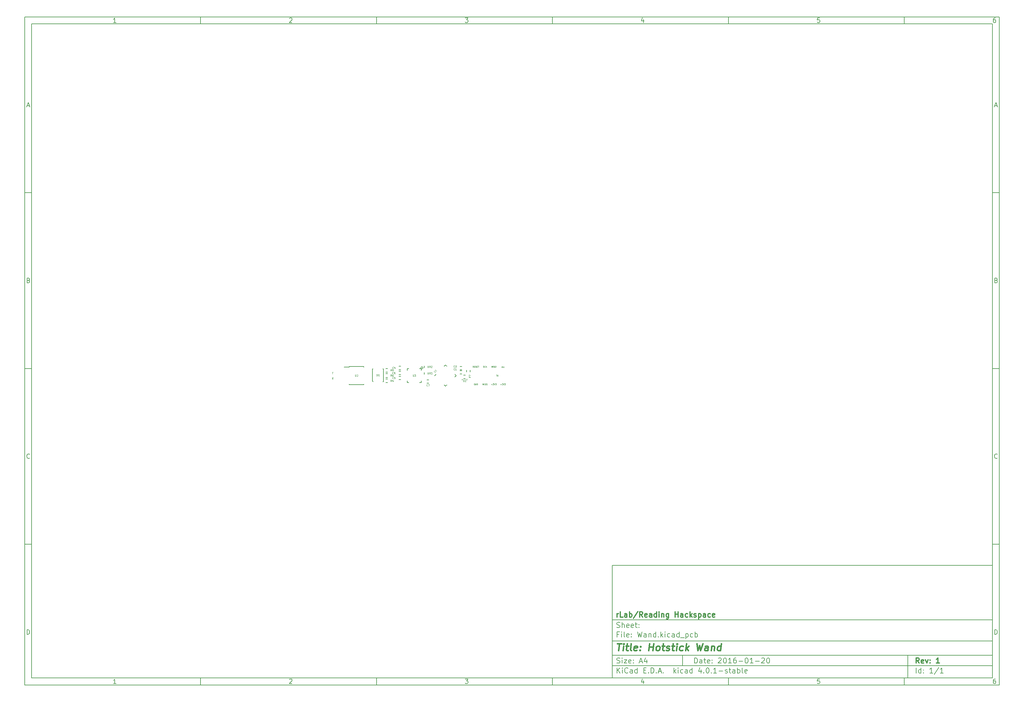
<source format=gbr>
G04 #@! TF.FileFunction,Legend,Top*
%FSLAX46Y46*%
G04 Gerber Fmt 4.6, Leading zero omitted, Abs format (unit mm)*
G04 Created by KiCad (PCBNEW 4.0.1-stable) date 29/01/2016 19:20:18*
%MOMM*%
G01*
G04 APERTURE LIST*
%ADD10C,0.100000*%
%ADD11C,0.150000*%
%ADD12C,0.300000*%
%ADD13C,0.400000*%
%ADD14C,0.075000*%
%ADD15C,0.125000*%
G04 APERTURE END LIST*
D10*
D11*
X177002200Y-166007200D02*
X177002200Y-198007200D01*
X285002200Y-198007200D01*
X285002200Y-166007200D01*
X177002200Y-166007200D01*
D10*
D11*
X10000000Y-10000000D02*
X10000000Y-200007200D01*
X287002200Y-200007200D01*
X287002200Y-10000000D01*
X10000000Y-10000000D01*
D10*
D11*
X12000000Y-12000000D02*
X12000000Y-198007200D01*
X285002200Y-198007200D01*
X285002200Y-12000000D01*
X12000000Y-12000000D01*
D10*
D11*
X60000000Y-12000000D02*
X60000000Y-10000000D01*
D10*
D11*
X110000000Y-12000000D02*
X110000000Y-10000000D01*
D10*
D11*
X160000000Y-12000000D02*
X160000000Y-10000000D01*
D10*
D11*
X210000000Y-12000000D02*
X210000000Y-10000000D01*
D10*
D11*
X260000000Y-12000000D02*
X260000000Y-10000000D01*
D10*
D11*
X35990476Y-11588095D02*
X35247619Y-11588095D01*
X35619048Y-11588095D02*
X35619048Y-10288095D01*
X35495238Y-10473810D01*
X35371429Y-10597619D01*
X35247619Y-10659524D01*
D10*
D11*
X85247619Y-10411905D02*
X85309524Y-10350000D01*
X85433333Y-10288095D01*
X85742857Y-10288095D01*
X85866667Y-10350000D01*
X85928571Y-10411905D01*
X85990476Y-10535714D01*
X85990476Y-10659524D01*
X85928571Y-10845238D01*
X85185714Y-11588095D01*
X85990476Y-11588095D01*
D10*
D11*
X135185714Y-10288095D02*
X135990476Y-10288095D01*
X135557143Y-10783333D01*
X135742857Y-10783333D01*
X135866667Y-10845238D01*
X135928571Y-10907143D01*
X135990476Y-11030952D01*
X135990476Y-11340476D01*
X135928571Y-11464286D01*
X135866667Y-11526190D01*
X135742857Y-11588095D01*
X135371429Y-11588095D01*
X135247619Y-11526190D01*
X135185714Y-11464286D01*
D10*
D11*
X185866667Y-10721429D02*
X185866667Y-11588095D01*
X185557143Y-10226190D02*
X185247619Y-11154762D01*
X186052381Y-11154762D01*
D10*
D11*
X235928571Y-10288095D02*
X235309524Y-10288095D01*
X235247619Y-10907143D01*
X235309524Y-10845238D01*
X235433333Y-10783333D01*
X235742857Y-10783333D01*
X235866667Y-10845238D01*
X235928571Y-10907143D01*
X235990476Y-11030952D01*
X235990476Y-11340476D01*
X235928571Y-11464286D01*
X235866667Y-11526190D01*
X235742857Y-11588095D01*
X235433333Y-11588095D01*
X235309524Y-11526190D01*
X235247619Y-11464286D01*
D10*
D11*
X285866667Y-10288095D02*
X285619048Y-10288095D01*
X285495238Y-10350000D01*
X285433333Y-10411905D01*
X285309524Y-10597619D01*
X285247619Y-10845238D01*
X285247619Y-11340476D01*
X285309524Y-11464286D01*
X285371429Y-11526190D01*
X285495238Y-11588095D01*
X285742857Y-11588095D01*
X285866667Y-11526190D01*
X285928571Y-11464286D01*
X285990476Y-11340476D01*
X285990476Y-11030952D01*
X285928571Y-10907143D01*
X285866667Y-10845238D01*
X285742857Y-10783333D01*
X285495238Y-10783333D01*
X285371429Y-10845238D01*
X285309524Y-10907143D01*
X285247619Y-11030952D01*
D10*
D11*
X60000000Y-198007200D02*
X60000000Y-200007200D01*
D10*
D11*
X110000000Y-198007200D02*
X110000000Y-200007200D01*
D10*
D11*
X160000000Y-198007200D02*
X160000000Y-200007200D01*
D10*
D11*
X210000000Y-198007200D02*
X210000000Y-200007200D01*
D10*
D11*
X260000000Y-198007200D02*
X260000000Y-200007200D01*
D10*
D11*
X35990476Y-199595295D02*
X35247619Y-199595295D01*
X35619048Y-199595295D02*
X35619048Y-198295295D01*
X35495238Y-198481010D01*
X35371429Y-198604819D01*
X35247619Y-198666724D01*
D10*
D11*
X85247619Y-198419105D02*
X85309524Y-198357200D01*
X85433333Y-198295295D01*
X85742857Y-198295295D01*
X85866667Y-198357200D01*
X85928571Y-198419105D01*
X85990476Y-198542914D01*
X85990476Y-198666724D01*
X85928571Y-198852438D01*
X85185714Y-199595295D01*
X85990476Y-199595295D01*
D10*
D11*
X135185714Y-198295295D02*
X135990476Y-198295295D01*
X135557143Y-198790533D01*
X135742857Y-198790533D01*
X135866667Y-198852438D01*
X135928571Y-198914343D01*
X135990476Y-199038152D01*
X135990476Y-199347676D01*
X135928571Y-199471486D01*
X135866667Y-199533390D01*
X135742857Y-199595295D01*
X135371429Y-199595295D01*
X135247619Y-199533390D01*
X135185714Y-199471486D01*
D10*
D11*
X185866667Y-198728629D02*
X185866667Y-199595295D01*
X185557143Y-198233390D02*
X185247619Y-199161962D01*
X186052381Y-199161962D01*
D10*
D11*
X235928571Y-198295295D02*
X235309524Y-198295295D01*
X235247619Y-198914343D01*
X235309524Y-198852438D01*
X235433333Y-198790533D01*
X235742857Y-198790533D01*
X235866667Y-198852438D01*
X235928571Y-198914343D01*
X235990476Y-199038152D01*
X235990476Y-199347676D01*
X235928571Y-199471486D01*
X235866667Y-199533390D01*
X235742857Y-199595295D01*
X235433333Y-199595295D01*
X235309524Y-199533390D01*
X235247619Y-199471486D01*
D10*
D11*
X285866667Y-198295295D02*
X285619048Y-198295295D01*
X285495238Y-198357200D01*
X285433333Y-198419105D01*
X285309524Y-198604819D01*
X285247619Y-198852438D01*
X285247619Y-199347676D01*
X285309524Y-199471486D01*
X285371429Y-199533390D01*
X285495238Y-199595295D01*
X285742857Y-199595295D01*
X285866667Y-199533390D01*
X285928571Y-199471486D01*
X285990476Y-199347676D01*
X285990476Y-199038152D01*
X285928571Y-198914343D01*
X285866667Y-198852438D01*
X285742857Y-198790533D01*
X285495238Y-198790533D01*
X285371429Y-198852438D01*
X285309524Y-198914343D01*
X285247619Y-199038152D01*
D10*
D11*
X10000000Y-60000000D02*
X12000000Y-60000000D01*
D10*
D11*
X10000000Y-110000000D02*
X12000000Y-110000000D01*
D10*
D11*
X10000000Y-160000000D02*
X12000000Y-160000000D01*
D10*
D11*
X10690476Y-35216667D02*
X11309524Y-35216667D01*
X10566667Y-35588095D02*
X11000000Y-34288095D01*
X11433333Y-35588095D01*
D10*
D11*
X11092857Y-84907143D02*
X11278571Y-84969048D01*
X11340476Y-85030952D01*
X11402381Y-85154762D01*
X11402381Y-85340476D01*
X11340476Y-85464286D01*
X11278571Y-85526190D01*
X11154762Y-85588095D01*
X10659524Y-85588095D01*
X10659524Y-84288095D01*
X11092857Y-84288095D01*
X11216667Y-84350000D01*
X11278571Y-84411905D01*
X11340476Y-84535714D01*
X11340476Y-84659524D01*
X11278571Y-84783333D01*
X11216667Y-84845238D01*
X11092857Y-84907143D01*
X10659524Y-84907143D01*
D10*
D11*
X11402381Y-135464286D02*
X11340476Y-135526190D01*
X11154762Y-135588095D01*
X11030952Y-135588095D01*
X10845238Y-135526190D01*
X10721429Y-135402381D01*
X10659524Y-135278571D01*
X10597619Y-135030952D01*
X10597619Y-134845238D01*
X10659524Y-134597619D01*
X10721429Y-134473810D01*
X10845238Y-134350000D01*
X11030952Y-134288095D01*
X11154762Y-134288095D01*
X11340476Y-134350000D01*
X11402381Y-134411905D01*
D10*
D11*
X10659524Y-185588095D02*
X10659524Y-184288095D01*
X10969048Y-184288095D01*
X11154762Y-184350000D01*
X11278571Y-184473810D01*
X11340476Y-184597619D01*
X11402381Y-184845238D01*
X11402381Y-185030952D01*
X11340476Y-185278571D01*
X11278571Y-185402381D01*
X11154762Y-185526190D01*
X10969048Y-185588095D01*
X10659524Y-185588095D01*
D10*
D11*
X287002200Y-60000000D02*
X285002200Y-60000000D01*
D10*
D11*
X287002200Y-110000000D02*
X285002200Y-110000000D01*
D10*
D11*
X287002200Y-160000000D02*
X285002200Y-160000000D01*
D10*
D11*
X285692676Y-35216667D02*
X286311724Y-35216667D01*
X285568867Y-35588095D02*
X286002200Y-34288095D01*
X286435533Y-35588095D01*
D10*
D11*
X286095057Y-84907143D02*
X286280771Y-84969048D01*
X286342676Y-85030952D01*
X286404581Y-85154762D01*
X286404581Y-85340476D01*
X286342676Y-85464286D01*
X286280771Y-85526190D01*
X286156962Y-85588095D01*
X285661724Y-85588095D01*
X285661724Y-84288095D01*
X286095057Y-84288095D01*
X286218867Y-84350000D01*
X286280771Y-84411905D01*
X286342676Y-84535714D01*
X286342676Y-84659524D01*
X286280771Y-84783333D01*
X286218867Y-84845238D01*
X286095057Y-84907143D01*
X285661724Y-84907143D01*
D10*
D11*
X286404581Y-135464286D02*
X286342676Y-135526190D01*
X286156962Y-135588095D01*
X286033152Y-135588095D01*
X285847438Y-135526190D01*
X285723629Y-135402381D01*
X285661724Y-135278571D01*
X285599819Y-135030952D01*
X285599819Y-134845238D01*
X285661724Y-134597619D01*
X285723629Y-134473810D01*
X285847438Y-134350000D01*
X286033152Y-134288095D01*
X286156962Y-134288095D01*
X286342676Y-134350000D01*
X286404581Y-134411905D01*
D10*
D11*
X285661724Y-185588095D02*
X285661724Y-184288095D01*
X285971248Y-184288095D01*
X286156962Y-184350000D01*
X286280771Y-184473810D01*
X286342676Y-184597619D01*
X286404581Y-184845238D01*
X286404581Y-185030952D01*
X286342676Y-185278571D01*
X286280771Y-185402381D01*
X286156962Y-185526190D01*
X285971248Y-185588095D01*
X285661724Y-185588095D01*
D10*
D11*
X200359343Y-193785771D02*
X200359343Y-192285771D01*
X200716486Y-192285771D01*
X200930771Y-192357200D01*
X201073629Y-192500057D01*
X201145057Y-192642914D01*
X201216486Y-192928629D01*
X201216486Y-193142914D01*
X201145057Y-193428629D01*
X201073629Y-193571486D01*
X200930771Y-193714343D01*
X200716486Y-193785771D01*
X200359343Y-193785771D01*
X202502200Y-193785771D02*
X202502200Y-193000057D01*
X202430771Y-192857200D01*
X202287914Y-192785771D01*
X202002200Y-192785771D01*
X201859343Y-192857200D01*
X202502200Y-193714343D02*
X202359343Y-193785771D01*
X202002200Y-193785771D01*
X201859343Y-193714343D01*
X201787914Y-193571486D01*
X201787914Y-193428629D01*
X201859343Y-193285771D01*
X202002200Y-193214343D01*
X202359343Y-193214343D01*
X202502200Y-193142914D01*
X203002200Y-192785771D02*
X203573629Y-192785771D01*
X203216486Y-192285771D02*
X203216486Y-193571486D01*
X203287914Y-193714343D01*
X203430772Y-193785771D01*
X203573629Y-193785771D01*
X204645057Y-193714343D02*
X204502200Y-193785771D01*
X204216486Y-193785771D01*
X204073629Y-193714343D01*
X204002200Y-193571486D01*
X204002200Y-193000057D01*
X204073629Y-192857200D01*
X204216486Y-192785771D01*
X204502200Y-192785771D01*
X204645057Y-192857200D01*
X204716486Y-193000057D01*
X204716486Y-193142914D01*
X204002200Y-193285771D01*
X205359343Y-193642914D02*
X205430771Y-193714343D01*
X205359343Y-193785771D01*
X205287914Y-193714343D01*
X205359343Y-193642914D01*
X205359343Y-193785771D01*
X205359343Y-192857200D02*
X205430771Y-192928629D01*
X205359343Y-193000057D01*
X205287914Y-192928629D01*
X205359343Y-192857200D01*
X205359343Y-193000057D01*
X207145057Y-192428629D02*
X207216486Y-192357200D01*
X207359343Y-192285771D01*
X207716486Y-192285771D01*
X207859343Y-192357200D01*
X207930772Y-192428629D01*
X208002200Y-192571486D01*
X208002200Y-192714343D01*
X207930772Y-192928629D01*
X207073629Y-193785771D01*
X208002200Y-193785771D01*
X208930771Y-192285771D02*
X209073628Y-192285771D01*
X209216485Y-192357200D01*
X209287914Y-192428629D01*
X209359343Y-192571486D01*
X209430771Y-192857200D01*
X209430771Y-193214343D01*
X209359343Y-193500057D01*
X209287914Y-193642914D01*
X209216485Y-193714343D01*
X209073628Y-193785771D01*
X208930771Y-193785771D01*
X208787914Y-193714343D01*
X208716485Y-193642914D01*
X208645057Y-193500057D01*
X208573628Y-193214343D01*
X208573628Y-192857200D01*
X208645057Y-192571486D01*
X208716485Y-192428629D01*
X208787914Y-192357200D01*
X208930771Y-192285771D01*
X210859342Y-193785771D02*
X210002199Y-193785771D01*
X210430771Y-193785771D02*
X210430771Y-192285771D01*
X210287914Y-192500057D01*
X210145056Y-192642914D01*
X210002199Y-192714343D01*
X212145056Y-192285771D02*
X211859342Y-192285771D01*
X211716485Y-192357200D01*
X211645056Y-192428629D01*
X211502199Y-192642914D01*
X211430770Y-192928629D01*
X211430770Y-193500057D01*
X211502199Y-193642914D01*
X211573627Y-193714343D01*
X211716485Y-193785771D01*
X212002199Y-193785771D01*
X212145056Y-193714343D01*
X212216485Y-193642914D01*
X212287913Y-193500057D01*
X212287913Y-193142914D01*
X212216485Y-193000057D01*
X212145056Y-192928629D01*
X212002199Y-192857200D01*
X211716485Y-192857200D01*
X211573627Y-192928629D01*
X211502199Y-193000057D01*
X211430770Y-193142914D01*
X212930770Y-193214343D02*
X214073627Y-193214343D01*
X215073627Y-192285771D02*
X215216484Y-192285771D01*
X215359341Y-192357200D01*
X215430770Y-192428629D01*
X215502199Y-192571486D01*
X215573627Y-192857200D01*
X215573627Y-193214343D01*
X215502199Y-193500057D01*
X215430770Y-193642914D01*
X215359341Y-193714343D01*
X215216484Y-193785771D01*
X215073627Y-193785771D01*
X214930770Y-193714343D01*
X214859341Y-193642914D01*
X214787913Y-193500057D01*
X214716484Y-193214343D01*
X214716484Y-192857200D01*
X214787913Y-192571486D01*
X214859341Y-192428629D01*
X214930770Y-192357200D01*
X215073627Y-192285771D01*
X217002198Y-193785771D02*
X216145055Y-193785771D01*
X216573627Y-193785771D02*
X216573627Y-192285771D01*
X216430770Y-192500057D01*
X216287912Y-192642914D01*
X216145055Y-192714343D01*
X217645055Y-193214343D02*
X218787912Y-193214343D01*
X219430769Y-192428629D02*
X219502198Y-192357200D01*
X219645055Y-192285771D01*
X220002198Y-192285771D01*
X220145055Y-192357200D01*
X220216484Y-192428629D01*
X220287912Y-192571486D01*
X220287912Y-192714343D01*
X220216484Y-192928629D01*
X219359341Y-193785771D01*
X220287912Y-193785771D01*
X221216483Y-192285771D02*
X221359340Y-192285771D01*
X221502197Y-192357200D01*
X221573626Y-192428629D01*
X221645055Y-192571486D01*
X221716483Y-192857200D01*
X221716483Y-193214343D01*
X221645055Y-193500057D01*
X221573626Y-193642914D01*
X221502197Y-193714343D01*
X221359340Y-193785771D01*
X221216483Y-193785771D01*
X221073626Y-193714343D01*
X221002197Y-193642914D01*
X220930769Y-193500057D01*
X220859340Y-193214343D01*
X220859340Y-192857200D01*
X220930769Y-192571486D01*
X221002197Y-192428629D01*
X221073626Y-192357200D01*
X221216483Y-192285771D01*
D10*
D11*
X177002200Y-194507200D02*
X285002200Y-194507200D01*
D10*
D11*
X178359343Y-196585771D02*
X178359343Y-195085771D01*
X179216486Y-196585771D02*
X178573629Y-195728629D01*
X179216486Y-195085771D02*
X178359343Y-195942914D01*
X179859343Y-196585771D02*
X179859343Y-195585771D01*
X179859343Y-195085771D02*
X179787914Y-195157200D01*
X179859343Y-195228629D01*
X179930771Y-195157200D01*
X179859343Y-195085771D01*
X179859343Y-195228629D01*
X181430772Y-196442914D02*
X181359343Y-196514343D01*
X181145057Y-196585771D01*
X181002200Y-196585771D01*
X180787915Y-196514343D01*
X180645057Y-196371486D01*
X180573629Y-196228629D01*
X180502200Y-195942914D01*
X180502200Y-195728629D01*
X180573629Y-195442914D01*
X180645057Y-195300057D01*
X180787915Y-195157200D01*
X181002200Y-195085771D01*
X181145057Y-195085771D01*
X181359343Y-195157200D01*
X181430772Y-195228629D01*
X182716486Y-196585771D02*
X182716486Y-195800057D01*
X182645057Y-195657200D01*
X182502200Y-195585771D01*
X182216486Y-195585771D01*
X182073629Y-195657200D01*
X182716486Y-196514343D02*
X182573629Y-196585771D01*
X182216486Y-196585771D01*
X182073629Y-196514343D01*
X182002200Y-196371486D01*
X182002200Y-196228629D01*
X182073629Y-196085771D01*
X182216486Y-196014343D01*
X182573629Y-196014343D01*
X182716486Y-195942914D01*
X184073629Y-196585771D02*
X184073629Y-195085771D01*
X184073629Y-196514343D02*
X183930772Y-196585771D01*
X183645058Y-196585771D01*
X183502200Y-196514343D01*
X183430772Y-196442914D01*
X183359343Y-196300057D01*
X183359343Y-195871486D01*
X183430772Y-195728629D01*
X183502200Y-195657200D01*
X183645058Y-195585771D01*
X183930772Y-195585771D01*
X184073629Y-195657200D01*
X185930772Y-195800057D02*
X186430772Y-195800057D01*
X186645058Y-196585771D02*
X185930772Y-196585771D01*
X185930772Y-195085771D01*
X186645058Y-195085771D01*
X187287915Y-196442914D02*
X187359343Y-196514343D01*
X187287915Y-196585771D01*
X187216486Y-196514343D01*
X187287915Y-196442914D01*
X187287915Y-196585771D01*
X188002201Y-196585771D02*
X188002201Y-195085771D01*
X188359344Y-195085771D01*
X188573629Y-195157200D01*
X188716487Y-195300057D01*
X188787915Y-195442914D01*
X188859344Y-195728629D01*
X188859344Y-195942914D01*
X188787915Y-196228629D01*
X188716487Y-196371486D01*
X188573629Y-196514343D01*
X188359344Y-196585771D01*
X188002201Y-196585771D01*
X189502201Y-196442914D02*
X189573629Y-196514343D01*
X189502201Y-196585771D01*
X189430772Y-196514343D01*
X189502201Y-196442914D01*
X189502201Y-196585771D01*
X190145058Y-196157200D02*
X190859344Y-196157200D01*
X190002201Y-196585771D02*
X190502201Y-195085771D01*
X191002201Y-196585771D01*
X191502201Y-196442914D02*
X191573629Y-196514343D01*
X191502201Y-196585771D01*
X191430772Y-196514343D01*
X191502201Y-196442914D01*
X191502201Y-196585771D01*
X194502201Y-196585771D02*
X194502201Y-195085771D01*
X194645058Y-196014343D02*
X195073629Y-196585771D01*
X195073629Y-195585771D02*
X194502201Y-196157200D01*
X195716487Y-196585771D02*
X195716487Y-195585771D01*
X195716487Y-195085771D02*
X195645058Y-195157200D01*
X195716487Y-195228629D01*
X195787915Y-195157200D01*
X195716487Y-195085771D01*
X195716487Y-195228629D01*
X197073630Y-196514343D02*
X196930773Y-196585771D01*
X196645059Y-196585771D01*
X196502201Y-196514343D01*
X196430773Y-196442914D01*
X196359344Y-196300057D01*
X196359344Y-195871486D01*
X196430773Y-195728629D01*
X196502201Y-195657200D01*
X196645059Y-195585771D01*
X196930773Y-195585771D01*
X197073630Y-195657200D01*
X198359344Y-196585771D02*
X198359344Y-195800057D01*
X198287915Y-195657200D01*
X198145058Y-195585771D01*
X197859344Y-195585771D01*
X197716487Y-195657200D01*
X198359344Y-196514343D02*
X198216487Y-196585771D01*
X197859344Y-196585771D01*
X197716487Y-196514343D01*
X197645058Y-196371486D01*
X197645058Y-196228629D01*
X197716487Y-196085771D01*
X197859344Y-196014343D01*
X198216487Y-196014343D01*
X198359344Y-195942914D01*
X199716487Y-196585771D02*
X199716487Y-195085771D01*
X199716487Y-196514343D02*
X199573630Y-196585771D01*
X199287916Y-196585771D01*
X199145058Y-196514343D01*
X199073630Y-196442914D01*
X199002201Y-196300057D01*
X199002201Y-195871486D01*
X199073630Y-195728629D01*
X199145058Y-195657200D01*
X199287916Y-195585771D01*
X199573630Y-195585771D01*
X199716487Y-195657200D01*
X202216487Y-195585771D02*
X202216487Y-196585771D01*
X201859344Y-195014343D02*
X201502201Y-196085771D01*
X202430773Y-196085771D01*
X203002201Y-196442914D02*
X203073629Y-196514343D01*
X203002201Y-196585771D01*
X202930772Y-196514343D01*
X203002201Y-196442914D01*
X203002201Y-196585771D01*
X204002201Y-195085771D02*
X204145058Y-195085771D01*
X204287915Y-195157200D01*
X204359344Y-195228629D01*
X204430773Y-195371486D01*
X204502201Y-195657200D01*
X204502201Y-196014343D01*
X204430773Y-196300057D01*
X204359344Y-196442914D01*
X204287915Y-196514343D01*
X204145058Y-196585771D01*
X204002201Y-196585771D01*
X203859344Y-196514343D01*
X203787915Y-196442914D01*
X203716487Y-196300057D01*
X203645058Y-196014343D01*
X203645058Y-195657200D01*
X203716487Y-195371486D01*
X203787915Y-195228629D01*
X203859344Y-195157200D01*
X204002201Y-195085771D01*
X205145058Y-196442914D02*
X205216486Y-196514343D01*
X205145058Y-196585771D01*
X205073629Y-196514343D01*
X205145058Y-196442914D01*
X205145058Y-196585771D01*
X206645058Y-196585771D02*
X205787915Y-196585771D01*
X206216487Y-196585771D02*
X206216487Y-195085771D01*
X206073630Y-195300057D01*
X205930772Y-195442914D01*
X205787915Y-195514343D01*
X207287915Y-196014343D02*
X208430772Y-196014343D01*
X209073629Y-196514343D02*
X209216486Y-196585771D01*
X209502201Y-196585771D01*
X209645058Y-196514343D01*
X209716486Y-196371486D01*
X209716486Y-196300057D01*
X209645058Y-196157200D01*
X209502201Y-196085771D01*
X209287915Y-196085771D01*
X209145058Y-196014343D01*
X209073629Y-195871486D01*
X209073629Y-195800057D01*
X209145058Y-195657200D01*
X209287915Y-195585771D01*
X209502201Y-195585771D01*
X209645058Y-195657200D01*
X210145058Y-195585771D02*
X210716487Y-195585771D01*
X210359344Y-195085771D02*
X210359344Y-196371486D01*
X210430772Y-196514343D01*
X210573630Y-196585771D01*
X210716487Y-196585771D01*
X211859344Y-196585771D02*
X211859344Y-195800057D01*
X211787915Y-195657200D01*
X211645058Y-195585771D01*
X211359344Y-195585771D01*
X211216487Y-195657200D01*
X211859344Y-196514343D02*
X211716487Y-196585771D01*
X211359344Y-196585771D01*
X211216487Y-196514343D01*
X211145058Y-196371486D01*
X211145058Y-196228629D01*
X211216487Y-196085771D01*
X211359344Y-196014343D01*
X211716487Y-196014343D01*
X211859344Y-195942914D01*
X212573630Y-196585771D02*
X212573630Y-195085771D01*
X212573630Y-195657200D02*
X212716487Y-195585771D01*
X213002201Y-195585771D01*
X213145058Y-195657200D01*
X213216487Y-195728629D01*
X213287916Y-195871486D01*
X213287916Y-196300057D01*
X213216487Y-196442914D01*
X213145058Y-196514343D01*
X213002201Y-196585771D01*
X212716487Y-196585771D01*
X212573630Y-196514343D01*
X214145059Y-196585771D02*
X214002201Y-196514343D01*
X213930773Y-196371486D01*
X213930773Y-195085771D01*
X215287915Y-196514343D02*
X215145058Y-196585771D01*
X214859344Y-196585771D01*
X214716487Y-196514343D01*
X214645058Y-196371486D01*
X214645058Y-195800057D01*
X214716487Y-195657200D01*
X214859344Y-195585771D01*
X215145058Y-195585771D01*
X215287915Y-195657200D01*
X215359344Y-195800057D01*
X215359344Y-195942914D01*
X214645058Y-196085771D01*
D10*
D11*
X177002200Y-191507200D02*
X285002200Y-191507200D01*
D10*
D12*
X264216486Y-193785771D02*
X263716486Y-193071486D01*
X263359343Y-193785771D02*
X263359343Y-192285771D01*
X263930771Y-192285771D01*
X264073629Y-192357200D01*
X264145057Y-192428629D01*
X264216486Y-192571486D01*
X264216486Y-192785771D01*
X264145057Y-192928629D01*
X264073629Y-193000057D01*
X263930771Y-193071486D01*
X263359343Y-193071486D01*
X265430771Y-193714343D02*
X265287914Y-193785771D01*
X265002200Y-193785771D01*
X264859343Y-193714343D01*
X264787914Y-193571486D01*
X264787914Y-193000057D01*
X264859343Y-192857200D01*
X265002200Y-192785771D01*
X265287914Y-192785771D01*
X265430771Y-192857200D01*
X265502200Y-193000057D01*
X265502200Y-193142914D01*
X264787914Y-193285771D01*
X266002200Y-192785771D02*
X266359343Y-193785771D01*
X266716485Y-192785771D01*
X267287914Y-193642914D02*
X267359342Y-193714343D01*
X267287914Y-193785771D01*
X267216485Y-193714343D01*
X267287914Y-193642914D01*
X267287914Y-193785771D01*
X267287914Y-192857200D02*
X267359342Y-192928629D01*
X267287914Y-193000057D01*
X267216485Y-192928629D01*
X267287914Y-192857200D01*
X267287914Y-193000057D01*
X269930771Y-193785771D02*
X269073628Y-193785771D01*
X269502200Y-193785771D02*
X269502200Y-192285771D01*
X269359343Y-192500057D01*
X269216485Y-192642914D01*
X269073628Y-192714343D01*
D10*
D11*
X178287914Y-193714343D02*
X178502200Y-193785771D01*
X178859343Y-193785771D01*
X179002200Y-193714343D01*
X179073629Y-193642914D01*
X179145057Y-193500057D01*
X179145057Y-193357200D01*
X179073629Y-193214343D01*
X179002200Y-193142914D01*
X178859343Y-193071486D01*
X178573629Y-193000057D01*
X178430771Y-192928629D01*
X178359343Y-192857200D01*
X178287914Y-192714343D01*
X178287914Y-192571486D01*
X178359343Y-192428629D01*
X178430771Y-192357200D01*
X178573629Y-192285771D01*
X178930771Y-192285771D01*
X179145057Y-192357200D01*
X179787914Y-193785771D02*
X179787914Y-192785771D01*
X179787914Y-192285771D02*
X179716485Y-192357200D01*
X179787914Y-192428629D01*
X179859342Y-192357200D01*
X179787914Y-192285771D01*
X179787914Y-192428629D01*
X180359343Y-192785771D02*
X181145057Y-192785771D01*
X180359343Y-193785771D01*
X181145057Y-193785771D01*
X182287914Y-193714343D02*
X182145057Y-193785771D01*
X181859343Y-193785771D01*
X181716486Y-193714343D01*
X181645057Y-193571486D01*
X181645057Y-193000057D01*
X181716486Y-192857200D01*
X181859343Y-192785771D01*
X182145057Y-192785771D01*
X182287914Y-192857200D01*
X182359343Y-193000057D01*
X182359343Y-193142914D01*
X181645057Y-193285771D01*
X183002200Y-193642914D02*
X183073628Y-193714343D01*
X183002200Y-193785771D01*
X182930771Y-193714343D01*
X183002200Y-193642914D01*
X183002200Y-193785771D01*
X183002200Y-192857200D02*
X183073628Y-192928629D01*
X183002200Y-193000057D01*
X182930771Y-192928629D01*
X183002200Y-192857200D01*
X183002200Y-193000057D01*
X184787914Y-193357200D02*
X185502200Y-193357200D01*
X184645057Y-193785771D02*
X185145057Y-192285771D01*
X185645057Y-193785771D01*
X186787914Y-192785771D02*
X186787914Y-193785771D01*
X186430771Y-192214343D02*
X186073628Y-193285771D01*
X187002200Y-193285771D01*
D10*
D11*
X263359343Y-196585771D02*
X263359343Y-195085771D01*
X264716486Y-196585771D02*
X264716486Y-195085771D01*
X264716486Y-196514343D02*
X264573629Y-196585771D01*
X264287915Y-196585771D01*
X264145057Y-196514343D01*
X264073629Y-196442914D01*
X264002200Y-196300057D01*
X264002200Y-195871486D01*
X264073629Y-195728629D01*
X264145057Y-195657200D01*
X264287915Y-195585771D01*
X264573629Y-195585771D01*
X264716486Y-195657200D01*
X265430772Y-196442914D02*
X265502200Y-196514343D01*
X265430772Y-196585771D01*
X265359343Y-196514343D01*
X265430772Y-196442914D01*
X265430772Y-196585771D01*
X265430772Y-195657200D02*
X265502200Y-195728629D01*
X265430772Y-195800057D01*
X265359343Y-195728629D01*
X265430772Y-195657200D01*
X265430772Y-195800057D01*
X268073629Y-196585771D02*
X267216486Y-196585771D01*
X267645058Y-196585771D02*
X267645058Y-195085771D01*
X267502201Y-195300057D01*
X267359343Y-195442914D01*
X267216486Y-195514343D01*
X269787914Y-195014343D02*
X268502200Y-196942914D01*
X271073629Y-196585771D02*
X270216486Y-196585771D01*
X270645058Y-196585771D02*
X270645058Y-195085771D01*
X270502201Y-195300057D01*
X270359343Y-195442914D01*
X270216486Y-195514343D01*
D10*
D11*
X177002200Y-187507200D02*
X285002200Y-187507200D01*
D10*
D13*
X178454581Y-188211962D02*
X179597438Y-188211962D01*
X178776010Y-190211962D02*
X179026010Y-188211962D01*
X180014105Y-190211962D02*
X180180771Y-188878629D01*
X180264105Y-188211962D02*
X180156962Y-188307200D01*
X180240295Y-188402438D01*
X180347439Y-188307200D01*
X180264105Y-188211962D01*
X180240295Y-188402438D01*
X180847438Y-188878629D02*
X181609343Y-188878629D01*
X181216486Y-188211962D02*
X181002200Y-189926248D01*
X181073630Y-190116724D01*
X181252201Y-190211962D01*
X181442677Y-190211962D01*
X182395058Y-190211962D02*
X182216487Y-190116724D01*
X182145057Y-189926248D01*
X182359343Y-188211962D01*
X183930772Y-190116724D02*
X183728391Y-190211962D01*
X183347439Y-190211962D01*
X183168867Y-190116724D01*
X183097438Y-189926248D01*
X183192676Y-189164343D01*
X183311724Y-188973867D01*
X183514105Y-188878629D01*
X183895057Y-188878629D01*
X184073629Y-188973867D01*
X184145057Y-189164343D01*
X184121248Y-189354819D01*
X183145057Y-189545295D01*
X184895057Y-190021486D02*
X184978392Y-190116724D01*
X184871248Y-190211962D01*
X184787915Y-190116724D01*
X184895057Y-190021486D01*
X184871248Y-190211962D01*
X185026010Y-188973867D02*
X185109344Y-189069105D01*
X185002200Y-189164343D01*
X184918867Y-189069105D01*
X185026010Y-188973867D01*
X185002200Y-189164343D01*
X187347439Y-190211962D02*
X187597439Y-188211962D01*
X187478391Y-189164343D02*
X188621249Y-189164343D01*
X188490297Y-190211962D02*
X188740297Y-188211962D01*
X189728392Y-190211962D02*
X189549821Y-190116724D01*
X189466486Y-190021486D01*
X189395058Y-189831010D01*
X189466486Y-189259581D01*
X189585534Y-189069105D01*
X189692678Y-188973867D01*
X189895058Y-188878629D01*
X190180772Y-188878629D01*
X190359344Y-188973867D01*
X190442677Y-189069105D01*
X190514105Y-189259581D01*
X190442677Y-189831010D01*
X190323629Y-190021486D01*
X190216487Y-190116724D01*
X190014106Y-190211962D01*
X189728392Y-190211962D01*
X191133153Y-188878629D02*
X191895058Y-188878629D01*
X191502201Y-188211962D02*
X191287915Y-189926248D01*
X191359345Y-190116724D01*
X191537916Y-190211962D01*
X191728392Y-190211962D01*
X192311725Y-190116724D02*
X192490297Y-190211962D01*
X192871249Y-190211962D01*
X193073630Y-190116724D01*
X193192677Y-189926248D01*
X193204582Y-189831010D01*
X193133153Y-189640533D01*
X192954582Y-189545295D01*
X192668868Y-189545295D01*
X192490296Y-189450057D01*
X192418867Y-189259581D01*
X192430772Y-189164343D01*
X192549820Y-188973867D01*
X192752201Y-188878629D01*
X193037915Y-188878629D01*
X193216487Y-188973867D01*
X193895058Y-188878629D02*
X194656963Y-188878629D01*
X194264106Y-188211962D02*
X194049820Y-189926248D01*
X194121250Y-190116724D01*
X194299821Y-190211962D01*
X194490297Y-190211962D01*
X195156963Y-190211962D02*
X195323629Y-188878629D01*
X195406963Y-188211962D02*
X195299820Y-188307200D01*
X195383153Y-188402438D01*
X195490297Y-188307200D01*
X195406963Y-188211962D01*
X195383153Y-188402438D01*
X196978392Y-190116724D02*
X196776011Y-190211962D01*
X196395059Y-190211962D01*
X196216488Y-190116724D01*
X196133153Y-190021486D01*
X196061725Y-189831010D01*
X196133153Y-189259581D01*
X196252201Y-189069105D01*
X196359345Y-188973867D01*
X196561725Y-188878629D01*
X196942677Y-188878629D01*
X197121249Y-188973867D01*
X197823630Y-190211962D02*
X198073630Y-188211962D01*
X198109345Y-189450057D02*
X198585535Y-190211962D01*
X198752201Y-188878629D02*
X197895058Y-189640533D01*
X201026012Y-188211962D02*
X201252203Y-190211962D01*
X201811726Y-188783390D01*
X202014108Y-190211962D01*
X202740298Y-188211962D01*
X204109345Y-190211962D02*
X204240297Y-189164343D01*
X204168869Y-188973867D01*
X203990297Y-188878629D01*
X203609345Y-188878629D01*
X203406964Y-188973867D01*
X204121250Y-190116724D02*
X203918869Y-190211962D01*
X203442679Y-190211962D01*
X203264107Y-190116724D01*
X203192678Y-189926248D01*
X203216488Y-189735771D01*
X203335535Y-189545295D01*
X203537917Y-189450057D01*
X204014107Y-189450057D01*
X204216488Y-189354819D01*
X205228392Y-188878629D02*
X205061726Y-190211962D01*
X205204583Y-189069105D02*
X205311727Y-188973867D01*
X205514107Y-188878629D01*
X205799821Y-188878629D01*
X205978393Y-188973867D01*
X206049821Y-189164343D01*
X205918869Y-190211962D01*
X207728393Y-190211962D02*
X207978393Y-188211962D01*
X207740298Y-190116724D02*
X207537917Y-190211962D01*
X207156965Y-190211962D01*
X206978394Y-190116724D01*
X206895059Y-190021486D01*
X206823631Y-189831010D01*
X206895059Y-189259581D01*
X207014107Y-189069105D01*
X207121251Y-188973867D01*
X207323631Y-188878629D01*
X207704583Y-188878629D01*
X207883155Y-188973867D01*
D10*
D11*
X178859343Y-185600057D02*
X178359343Y-185600057D01*
X178359343Y-186385771D02*
X178359343Y-184885771D01*
X179073629Y-184885771D01*
X179645057Y-186385771D02*
X179645057Y-185385771D01*
X179645057Y-184885771D02*
X179573628Y-184957200D01*
X179645057Y-185028629D01*
X179716485Y-184957200D01*
X179645057Y-184885771D01*
X179645057Y-185028629D01*
X180573629Y-186385771D02*
X180430771Y-186314343D01*
X180359343Y-186171486D01*
X180359343Y-184885771D01*
X181716485Y-186314343D02*
X181573628Y-186385771D01*
X181287914Y-186385771D01*
X181145057Y-186314343D01*
X181073628Y-186171486D01*
X181073628Y-185600057D01*
X181145057Y-185457200D01*
X181287914Y-185385771D01*
X181573628Y-185385771D01*
X181716485Y-185457200D01*
X181787914Y-185600057D01*
X181787914Y-185742914D01*
X181073628Y-185885771D01*
X182430771Y-186242914D02*
X182502199Y-186314343D01*
X182430771Y-186385771D01*
X182359342Y-186314343D01*
X182430771Y-186242914D01*
X182430771Y-186385771D01*
X182430771Y-185457200D02*
X182502199Y-185528629D01*
X182430771Y-185600057D01*
X182359342Y-185528629D01*
X182430771Y-185457200D01*
X182430771Y-185600057D01*
X184145057Y-184885771D02*
X184502200Y-186385771D01*
X184787914Y-185314343D01*
X185073628Y-186385771D01*
X185430771Y-184885771D01*
X186645057Y-186385771D02*
X186645057Y-185600057D01*
X186573628Y-185457200D01*
X186430771Y-185385771D01*
X186145057Y-185385771D01*
X186002200Y-185457200D01*
X186645057Y-186314343D02*
X186502200Y-186385771D01*
X186145057Y-186385771D01*
X186002200Y-186314343D01*
X185930771Y-186171486D01*
X185930771Y-186028629D01*
X186002200Y-185885771D01*
X186145057Y-185814343D01*
X186502200Y-185814343D01*
X186645057Y-185742914D01*
X187359343Y-185385771D02*
X187359343Y-186385771D01*
X187359343Y-185528629D02*
X187430771Y-185457200D01*
X187573629Y-185385771D01*
X187787914Y-185385771D01*
X187930771Y-185457200D01*
X188002200Y-185600057D01*
X188002200Y-186385771D01*
X189359343Y-186385771D02*
X189359343Y-184885771D01*
X189359343Y-186314343D02*
X189216486Y-186385771D01*
X188930772Y-186385771D01*
X188787914Y-186314343D01*
X188716486Y-186242914D01*
X188645057Y-186100057D01*
X188645057Y-185671486D01*
X188716486Y-185528629D01*
X188787914Y-185457200D01*
X188930772Y-185385771D01*
X189216486Y-185385771D01*
X189359343Y-185457200D01*
X190073629Y-186242914D02*
X190145057Y-186314343D01*
X190073629Y-186385771D01*
X190002200Y-186314343D01*
X190073629Y-186242914D01*
X190073629Y-186385771D01*
X190787915Y-186385771D02*
X190787915Y-184885771D01*
X190930772Y-185814343D02*
X191359343Y-186385771D01*
X191359343Y-185385771D02*
X190787915Y-185957200D01*
X192002201Y-186385771D02*
X192002201Y-185385771D01*
X192002201Y-184885771D02*
X191930772Y-184957200D01*
X192002201Y-185028629D01*
X192073629Y-184957200D01*
X192002201Y-184885771D01*
X192002201Y-185028629D01*
X193359344Y-186314343D02*
X193216487Y-186385771D01*
X192930773Y-186385771D01*
X192787915Y-186314343D01*
X192716487Y-186242914D01*
X192645058Y-186100057D01*
X192645058Y-185671486D01*
X192716487Y-185528629D01*
X192787915Y-185457200D01*
X192930773Y-185385771D01*
X193216487Y-185385771D01*
X193359344Y-185457200D01*
X194645058Y-186385771D02*
X194645058Y-185600057D01*
X194573629Y-185457200D01*
X194430772Y-185385771D01*
X194145058Y-185385771D01*
X194002201Y-185457200D01*
X194645058Y-186314343D02*
X194502201Y-186385771D01*
X194145058Y-186385771D01*
X194002201Y-186314343D01*
X193930772Y-186171486D01*
X193930772Y-186028629D01*
X194002201Y-185885771D01*
X194145058Y-185814343D01*
X194502201Y-185814343D01*
X194645058Y-185742914D01*
X196002201Y-186385771D02*
X196002201Y-184885771D01*
X196002201Y-186314343D02*
X195859344Y-186385771D01*
X195573630Y-186385771D01*
X195430772Y-186314343D01*
X195359344Y-186242914D01*
X195287915Y-186100057D01*
X195287915Y-185671486D01*
X195359344Y-185528629D01*
X195430772Y-185457200D01*
X195573630Y-185385771D01*
X195859344Y-185385771D01*
X196002201Y-185457200D01*
X196359344Y-186528629D02*
X197502201Y-186528629D01*
X197859344Y-185385771D02*
X197859344Y-186885771D01*
X197859344Y-185457200D02*
X198002201Y-185385771D01*
X198287915Y-185385771D01*
X198430772Y-185457200D01*
X198502201Y-185528629D01*
X198573630Y-185671486D01*
X198573630Y-186100057D01*
X198502201Y-186242914D01*
X198430772Y-186314343D01*
X198287915Y-186385771D01*
X198002201Y-186385771D01*
X197859344Y-186314343D01*
X199859344Y-186314343D02*
X199716487Y-186385771D01*
X199430773Y-186385771D01*
X199287915Y-186314343D01*
X199216487Y-186242914D01*
X199145058Y-186100057D01*
X199145058Y-185671486D01*
X199216487Y-185528629D01*
X199287915Y-185457200D01*
X199430773Y-185385771D01*
X199716487Y-185385771D01*
X199859344Y-185457200D01*
X200502201Y-186385771D02*
X200502201Y-184885771D01*
X200502201Y-185457200D02*
X200645058Y-185385771D01*
X200930772Y-185385771D01*
X201073629Y-185457200D01*
X201145058Y-185528629D01*
X201216487Y-185671486D01*
X201216487Y-186100057D01*
X201145058Y-186242914D01*
X201073629Y-186314343D01*
X200930772Y-186385771D01*
X200645058Y-186385771D01*
X200502201Y-186314343D01*
D10*
D11*
X177002200Y-181507200D02*
X285002200Y-181507200D01*
D10*
D11*
X178287914Y-183614343D02*
X178502200Y-183685771D01*
X178859343Y-183685771D01*
X179002200Y-183614343D01*
X179073629Y-183542914D01*
X179145057Y-183400057D01*
X179145057Y-183257200D01*
X179073629Y-183114343D01*
X179002200Y-183042914D01*
X178859343Y-182971486D01*
X178573629Y-182900057D01*
X178430771Y-182828629D01*
X178359343Y-182757200D01*
X178287914Y-182614343D01*
X178287914Y-182471486D01*
X178359343Y-182328629D01*
X178430771Y-182257200D01*
X178573629Y-182185771D01*
X178930771Y-182185771D01*
X179145057Y-182257200D01*
X179787914Y-183685771D02*
X179787914Y-182185771D01*
X180430771Y-183685771D02*
X180430771Y-182900057D01*
X180359342Y-182757200D01*
X180216485Y-182685771D01*
X180002200Y-182685771D01*
X179859342Y-182757200D01*
X179787914Y-182828629D01*
X181716485Y-183614343D02*
X181573628Y-183685771D01*
X181287914Y-183685771D01*
X181145057Y-183614343D01*
X181073628Y-183471486D01*
X181073628Y-182900057D01*
X181145057Y-182757200D01*
X181287914Y-182685771D01*
X181573628Y-182685771D01*
X181716485Y-182757200D01*
X181787914Y-182900057D01*
X181787914Y-183042914D01*
X181073628Y-183185771D01*
X183002199Y-183614343D02*
X182859342Y-183685771D01*
X182573628Y-183685771D01*
X182430771Y-183614343D01*
X182359342Y-183471486D01*
X182359342Y-182900057D01*
X182430771Y-182757200D01*
X182573628Y-182685771D01*
X182859342Y-182685771D01*
X183002199Y-182757200D01*
X183073628Y-182900057D01*
X183073628Y-183042914D01*
X182359342Y-183185771D01*
X183502199Y-182685771D02*
X184073628Y-182685771D01*
X183716485Y-182185771D02*
X183716485Y-183471486D01*
X183787913Y-183614343D01*
X183930771Y-183685771D01*
X184073628Y-183685771D01*
X184573628Y-183542914D02*
X184645056Y-183614343D01*
X184573628Y-183685771D01*
X184502199Y-183614343D01*
X184573628Y-183542914D01*
X184573628Y-183685771D01*
X184573628Y-182757200D02*
X184645056Y-182828629D01*
X184573628Y-182900057D01*
X184502199Y-182828629D01*
X184573628Y-182757200D01*
X184573628Y-182900057D01*
D10*
D12*
X178359343Y-180685771D02*
X178359343Y-179685771D01*
X178359343Y-179971486D02*
X178430771Y-179828629D01*
X178502200Y-179757200D01*
X178645057Y-179685771D01*
X178787914Y-179685771D01*
X180002200Y-180685771D02*
X179287914Y-180685771D01*
X179287914Y-179185771D01*
X181145057Y-180685771D02*
X181145057Y-179900057D01*
X181073628Y-179757200D01*
X180930771Y-179685771D01*
X180645057Y-179685771D01*
X180502200Y-179757200D01*
X181145057Y-180614343D02*
X181002200Y-180685771D01*
X180645057Y-180685771D01*
X180502200Y-180614343D01*
X180430771Y-180471486D01*
X180430771Y-180328629D01*
X180502200Y-180185771D01*
X180645057Y-180114343D01*
X181002200Y-180114343D01*
X181145057Y-180042914D01*
X181859343Y-180685771D02*
X181859343Y-179185771D01*
X181859343Y-179757200D02*
X182002200Y-179685771D01*
X182287914Y-179685771D01*
X182430771Y-179757200D01*
X182502200Y-179828629D01*
X182573629Y-179971486D01*
X182573629Y-180400057D01*
X182502200Y-180542914D01*
X182430771Y-180614343D01*
X182287914Y-180685771D01*
X182002200Y-180685771D01*
X181859343Y-180614343D01*
X184287914Y-179114343D02*
X183002200Y-181042914D01*
X185645058Y-180685771D02*
X185145058Y-179971486D01*
X184787915Y-180685771D02*
X184787915Y-179185771D01*
X185359343Y-179185771D01*
X185502201Y-179257200D01*
X185573629Y-179328629D01*
X185645058Y-179471486D01*
X185645058Y-179685771D01*
X185573629Y-179828629D01*
X185502201Y-179900057D01*
X185359343Y-179971486D01*
X184787915Y-179971486D01*
X186859343Y-180614343D02*
X186716486Y-180685771D01*
X186430772Y-180685771D01*
X186287915Y-180614343D01*
X186216486Y-180471486D01*
X186216486Y-179900057D01*
X186287915Y-179757200D01*
X186430772Y-179685771D01*
X186716486Y-179685771D01*
X186859343Y-179757200D01*
X186930772Y-179900057D01*
X186930772Y-180042914D01*
X186216486Y-180185771D01*
X188216486Y-180685771D02*
X188216486Y-179900057D01*
X188145057Y-179757200D01*
X188002200Y-179685771D01*
X187716486Y-179685771D01*
X187573629Y-179757200D01*
X188216486Y-180614343D02*
X188073629Y-180685771D01*
X187716486Y-180685771D01*
X187573629Y-180614343D01*
X187502200Y-180471486D01*
X187502200Y-180328629D01*
X187573629Y-180185771D01*
X187716486Y-180114343D01*
X188073629Y-180114343D01*
X188216486Y-180042914D01*
X189573629Y-180685771D02*
X189573629Y-179185771D01*
X189573629Y-180614343D02*
X189430772Y-180685771D01*
X189145058Y-180685771D01*
X189002200Y-180614343D01*
X188930772Y-180542914D01*
X188859343Y-180400057D01*
X188859343Y-179971486D01*
X188930772Y-179828629D01*
X189002200Y-179757200D01*
X189145058Y-179685771D01*
X189430772Y-179685771D01*
X189573629Y-179757200D01*
X190287915Y-180685771D02*
X190287915Y-179685771D01*
X190287915Y-179185771D02*
X190216486Y-179257200D01*
X190287915Y-179328629D01*
X190359343Y-179257200D01*
X190287915Y-179185771D01*
X190287915Y-179328629D01*
X191002201Y-179685771D02*
X191002201Y-180685771D01*
X191002201Y-179828629D02*
X191073629Y-179757200D01*
X191216487Y-179685771D01*
X191430772Y-179685771D01*
X191573629Y-179757200D01*
X191645058Y-179900057D01*
X191645058Y-180685771D01*
X193002201Y-179685771D02*
X193002201Y-180900057D01*
X192930772Y-181042914D01*
X192859344Y-181114343D01*
X192716487Y-181185771D01*
X192502201Y-181185771D01*
X192359344Y-181114343D01*
X193002201Y-180614343D02*
X192859344Y-180685771D01*
X192573630Y-180685771D01*
X192430772Y-180614343D01*
X192359344Y-180542914D01*
X192287915Y-180400057D01*
X192287915Y-179971486D01*
X192359344Y-179828629D01*
X192430772Y-179757200D01*
X192573630Y-179685771D01*
X192859344Y-179685771D01*
X193002201Y-179757200D01*
X194859344Y-180685771D02*
X194859344Y-179185771D01*
X194859344Y-179900057D02*
X195716487Y-179900057D01*
X195716487Y-180685771D02*
X195716487Y-179185771D01*
X197073630Y-180685771D02*
X197073630Y-179900057D01*
X197002201Y-179757200D01*
X196859344Y-179685771D01*
X196573630Y-179685771D01*
X196430773Y-179757200D01*
X197073630Y-180614343D02*
X196930773Y-180685771D01*
X196573630Y-180685771D01*
X196430773Y-180614343D01*
X196359344Y-180471486D01*
X196359344Y-180328629D01*
X196430773Y-180185771D01*
X196573630Y-180114343D01*
X196930773Y-180114343D01*
X197073630Y-180042914D01*
X198430773Y-180614343D02*
X198287916Y-180685771D01*
X198002202Y-180685771D01*
X197859344Y-180614343D01*
X197787916Y-180542914D01*
X197716487Y-180400057D01*
X197716487Y-179971486D01*
X197787916Y-179828629D01*
X197859344Y-179757200D01*
X198002202Y-179685771D01*
X198287916Y-179685771D01*
X198430773Y-179757200D01*
X199073630Y-180685771D02*
X199073630Y-179185771D01*
X199216487Y-180114343D02*
X199645058Y-180685771D01*
X199645058Y-179685771D02*
X199073630Y-180257200D01*
X200216487Y-180614343D02*
X200359344Y-180685771D01*
X200645059Y-180685771D01*
X200787916Y-180614343D01*
X200859344Y-180471486D01*
X200859344Y-180400057D01*
X200787916Y-180257200D01*
X200645059Y-180185771D01*
X200430773Y-180185771D01*
X200287916Y-180114343D01*
X200216487Y-179971486D01*
X200216487Y-179900057D01*
X200287916Y-179757200D01*
X200430773Y-179685771D01*
X200645059Y-179685771D01*
X200787916Y-179757200D01*
X201502202Y-179685771D02*
X201502202Y-181185771D01*
X201502202Y-179757200D02*
X201645059Y-179685771D01*
X201930773Y-179685771D01*
X202073630Y-179757200D01*
X202145059Y-179828629D01*
X202216488Y-179971486D01*
X202216488Y-180400057D01*
X202145059Y-180542914D01*
X202073630Y-180614343D01*
X201930773Y-180685771D01*
X201645059Y-180685771D01*
X201502202Y-180614343D01*
X203502202Y-180685771D02*
X203502202Y-179900057D01*
X203430773Y-179757200D01*
X203287916Y-179685771D01*
X203002202Y-179685771D01*
X202859345Y-179757200D01*
X203502202Y-180614343D02*
X203359345Y-180685771D01*
X203002202Y-180685771D01*
X202859345Y-180614343D01*
X202787916Y-180471486D01*
X202787916Y-180328629D01*
X202859345Y-180185771D01*
X203002202Y-180114343D01*
X203359345Y-180114343D01*
X203502202Y-180042914D01*
X204859345Y-180614343D02*
X204716488Y-180685771D01*
X204430774Y-180685771D01*
X204287916Y-180614343D01*
X204216488Y-180542914D01*
X204145059Y-180400057D01*
X204145059Y-179971486D01*
X204216488Y-179828629D01*
X204287916Y-179757200D01*
X204430774Y-179685771D01*
X204716488Y-179685771D01*
X204859345Y-179757200D01*
X206073630Y-180614343D02*
X205930773Y-180685771D01*
X205645059Y-180685771D01*
X205502202Y-180614343D01*
X205430773Y-180471486D01*
X205430773Y-179900057D01*
X205502202Y-179757200D01*
X205645059Y-179685771D01*
X205930773Y-179685771D01*
X206073630Y-179757200D01*
X206145059Y-179900057D01*
X206145059Y-180042914D01*
X205430773Y-180185771D01*
D10*
D11*
X197002200Y-191507200D02*
X197002200Y-194507200D01*
D10*
D11*
X261002200Y-191507200D02*
X261002200Y-198007200D01*
D14*
X135792857Y-113207143D02*
X135778571Y-113221429D01*
X135735714Y-113235714D01*
X135707143Y-113235714D01*
X135664286Y-113221429D01*
X135635714Y-113192857D01*
X135621429Y-113164286D01*
X135607143Y-113107143D01*
X135607143Y-113064286D01*
X135621429Y-113007143D01*
X135635714Y-112978571D01*
X135664286Y-112950000D01*
X135707143Y-112935714D01*
X135735714Y-112935714D01*
X135778571Y-112950000D01*
X135792857Y-112964286D01*
X134228572Y-113150000D02*
X134371429Y-113150000D01*
X134200000Y-113235714D02*
X134300000Y-112935714D01*
X134400000Y-113235714D01*
D10*
X137895238Y-114300000D02*
X137857143Y-114280952D01*
X137800000Y-114280952D01*
X137742857Y-114300000D01*
X137704762Y-114338095D01*
X137685714Y-114376190D01*
X137666666Y-114452381D01*
X137666666Y-114509524D01*
X137685714Y-114585714D01*
X137704762Y-114623810D01*
X137742857Y-114661905D01*
X137800000Y-114680952D01*
X137838095Y-114680952D01*
X137895238Y-114661905D01*
X137914286Y-114642857D01*
X137914286Y-114509524D01*
X137838095Y-114509524D01*
X138085714Y-114680952D02*
X138085714Y-114280952D01*
X138314286Y-114680952D01*
X138314286Y-114280952D01*
X138504762Y-114680952D02*
X138504762Y-114280952D01*
X138600000Y-114280952D01*
X138657143Y-114300000D01*
X138695238Y-114338095D01*
X138714286Y-114376190D01*
X138733334Y-114452381D01*
X138733334Y-114509524D01*
X138714286Y-114585714D01*
X138695238Y-114623810D01*
X138657143Y-114661905D01*
X138600000Y-114680952D01*
X138504762Y-114680952D01*
X142595239Y-114528571D02*
X142900001Y-114528571D01*
X142747620Y-114680952D02*
X142747620Y-114376190D01*
X143052382Y-114280952D02*
X143300001Y-114280952D01*
X143166668Y-114433333D01*
X143223810Y-114433333D01*
X143261906Y-114452381D01*
X143280953Y-114471429D01*
X143300001Y-114509524D01*
X143300001Y-114604762D01*
X143280953Y-114642857D01*
X143261906Y-114661905D01*
X143223810Y-114680952D01*
X143109525Y-114680952D01*
X143071429Y-114661905D01*
X143052382Y-114642857D01*
X143414286Y-114280952D02*
X143547620Y-114680952D01*
X143680953Y-114280952D01*
X143776191Y-114280952D02*
X144023810Y-114280952D01*
X143890477Y-114433333D01*
X143947619Y-114433333D01*
X143985715Y-114452381D01*
X144004762Y-114471429D01*
X144023810Y-114509524D01*
X144023810Y-114604762D01*
X144004762Y-114642857D01*
X143985715Y-114661905D01*
X143947619Y-114680952D01*
X143833334Y-114680952D01*
X143795238Y-114661905D01*
X143776191Y-114642857D01*
X140171429Y-114680952D02*
X140171429Y-114280952D01*
X140304762Y-114566667D01*
X140438096Y-114280952D01*
X140438096Y-114680952D01*
X140628572Y-114680952D02*
X140628572Y-114280952D01*
X140800000Y-114661905D02*
X140857143Y-114680952D01*
X140952381Y-114680952D01*
X140990477Y-114661905D01*
X141009524Y-114642857D01*
X141028572Y-114604762D01*
X141028572Y-114566667D01*
X141009524Y-114528571D01*
X140990477Y-114509524D01*
X140952381Y-114490476D01*
X140876191Y-114471429D01*
X140838096Y-114452381D01*
X140819048Y-114433333D01*
X140800000Y-114395238D01*
X140800000Y-114357143D01*
X140819048Y-114319048D01*
X140838096Y-114300000D01*
X140876191Y-114280952D01*
X140971429Y-114280952D01*
X141028572Y-114300000D01*
X141276191Y-114280952D02*
X141352381Y-114280952D01*
X141390476Y-114300000D01*
X141428572Y-114338095D01*
X141447619Y-114414286D01*
X141447619Y-114547619D01*
X141428572Y-114623810D01*
X141390476Y-114661905D01*
X141352381Y-114680952D01*
X141276191Y-114680952D01*
X141238095Y-114661905D01*
X141200000Y-114623810D01*
X141180952Y-114547619D01*
X141180952Y-114414286D01*
X141200000Y-114338095D01*
X141238095Y-114300000D01*
X141276191Y-114280952D01*
X142671429Y-109680952D02*
X142671429Y-109280952D01*
X142804762Y-109566667D01*
X142938096Y-109280952D01*
X142938096Y-109680952D01*
X143128572Y-109680952D02*
X143128572Y-109280952D01*
X143300000Y-109661905D02*
X143357143Y-109680952D01*
X143452381Y-109680952D01*
X143490477Y-109661905D01*
X143509524Y-109642857D01*
X143528572Y-109604762D01*
X143528572Y-109566667D01*
X143509524Y-109528571D01*
X143490477Y-109509524D01*
X143452381Y-109490476D01*
X143376191Y-109471429D01*
X143338096Y-109452381D01*
X143319048Y-109433333D01*
X143300000Y-109395238D01*
X143300000Y-109357143D01*
X143319048Y-109319048D01*
X143338096Y-109300000D01*
X143376191Y-109280952D01*
X143471429Y-109280952D01*
X143528572Y-109300000D01*
X143776191Y-109280952D02*
X143852381Y-109280952D01*
X143890476Y-109300000D01*
X143928572Y-109338095D01*
X143947619Y-109414286D01*
X143947619Y-109547619D01*
X143928572Y-109623810D01*
X143890476Y-109661905D01*
X143852381Y-109680952D01*
X143776191Y-109680952D01*
X143738095Y-109661905D01*
X143700000Y-109623810D01*
X143680952Y-109547619D01*
X143680952Y-109414286D01*
X143700000Y-109338095D01*
X143738095Y-109300000D01*
X143776191Y-109280952D01*
X140285714Y-109661905D02*
X140342857Y-109680952D01*
X140438095Y-109680952D01*
X140476191Y-109661905D01*
X140495238Y-109642857D01*
X140514286Y-109604762D01*
X140514286Y-109566667D01*
X140495238Y-109528571D01*
X140476191Y-109509524D01*
X140438095Y-109490476D01*
X140361905Y-109471429D01*
X140323810Y-109452381D01*
X140304762Y-109433333D01*
X140285714Y-109395238D01*
X140285714Y-109357143D01*
X140304762Y-109319048D01*
X140323810Y-109300000D01*
X140361905Y-109280952D01*
X140457143Y-109280952D01*
X140514286Y-109300000D01*
X140914286Y-109642857D02*
X140895238Y-109661905D01*
X140838095Y-109680952D01*
X140800000Y-109680952D01*
X140742857Y-109661905D01*
X140704762Y-109623810D01*
X140685714Y-109585714D01*
X140666666Y-109509524D01*
X140666666Y-109452381D01*
X140685714Y-109376190D01*
X140704762Y-109338095D01*
X140742857Y-109300000D01*
X140800000Y-109280952D01*
X140838095Y-109280952D01*
X140895238Y-109300000D01*
X140914286Y-109319048D01*
X141085714Y-109680952D02*
X141085714Y-109280952D01*
X141314286Y-109680952D02*
X141142857Y-109452381D01*
X141314286Y-109280952D02*
X141085714Y-109509524D01*
X137619048Y-109680952D02*
X137485714Y-109490476D01*
X137390476Y-109680952D02*
X137390476Y-109280952D01*
X137542857Y-109280952D01*
X137580952Y-109300000D01*
X137600000Y-109319048D01*
X137619048Y-109357143D01*
X137619048Y-109414286D01*
X137600000Y-109452381D01*
X137580952Y-109471429D01*
X137542857Y-109490476D01*
X137390476Y-109490476D01*
X137790476Y-109471429D02*
X137923809Y-109471429D01*
X137980952Y-109680952D02*
X137790476Y-109680952D01*
X137790476Y-109280952D01*
X137980952Y-109280952D01*
X138133333Y-109661905D02*
X138190476Y-109680952D01*
X138285714Y-109680952D01*
X138323810Y-109661905D01*
X138342857Y-109642857D01*
X138361905Y-109604762D01*
X138361905Y-109566667D01*
X138342857Y-109528571D01*
X138323810Y-109509524D01*
X138285714Y-109490476D01*
X138209524Y-109471429D01*
X138171429Y-109452381D01*
X138152381Y-109433333D01*
X138133333Y-109395238D01*
X138133333Y-109357143D01*
X138152381Y-109319048D01*
X138171429Y-109300000D01*
X138209524Y-109280952D01*
X138304762Y-109280952D01*
X138361905Y-109300000D01*
X138533333Y-109471429D02*
X138666666Y-109471429D01*
X138723809Y-109680952D02*
X138533333Y-109680952D01*
X138533333Y-109280952D01*
X138723809Y-109280952D01*
X138838095Y-109280952D02*
X139066667Y-109280952D01*
X138952381Y-109680952D02*
X138952381Y-109280952D01*
X143995238Y-111780952D02*
X144223810Y-111780952D01*
X144109524Y-112180952D02*
X144109524Y-111780952D01*
X144319048Y-111780952D02*
X144585715Y-112180952D01*
X144585715Y-111780952D02*
X144319048Y-112180952D01*
X145195239Y-114528571D02*
X145500001Y-114528571D01*
X145347620Y-114680952D02*
X145347620Y-114376190D01*
X145652382Y-114280952D02*
X145900001Y-114280952D01*
X145766668Y-114433333D01*
X145823810Y-114433333D01*
X145861906Y-114452381D01*
X145880953Y-114471429D01*
X145900001Y-114509524D01*
X145900001Y-114604762D01*
X145880953Y-114642857D01*
X145861906Y-114661905D01*
X145823810Y-114680952D01*
X145709525Y-114680952D01*
X145671429Y-114661905D01*
X145652382Y-114642857D01*
X146014286Y-114280952D02*
X146147620Y-114680952D01*
X146280953Y-114280952D01*
X146376191Y-114280952D02*
X146623810Y-114280952D01*
X146490477Y-114433333D01*
X146547619Y-114433333D01*
X146585715Y-114452381D01*
X146604762Y-114471429D01*
X146623810Y-114509524D01*
X146623810Y-114604762D01*
X146604762Y-114642857D01*
X146585715Y-114661905D01*
X146547619Y-114680952D01*
X146433334Y-114680952D01*
X146395238Y-114661905D01*
X146376191Y-114642857D01*
X145833334Y-109780952D02*
X145700000Y-109590476D01*
X145604762Y-109780952D02*
X145604762Y-109380952D01*
X145757143Y-109380952D01*
X145795238Y-109400000D01*
X145814286Y-109419048D01*
X145833334Y-109457143D01*
X145833334Y-109514286D01*
X145814286Y-109552381D01*
X145795238Y-109571429D01*
X145757143Y-109590476D01*
X145604762Y-109590476D01*
X145966667Y-109380952D02*
X146233334Y-109780952D01*
X146233334Y-109380952D02*
X145966667Y-109780952D01*
D15*
X97654762Y-113026190D02*
X97488095Y-112788095D01*
X97369048Y-113026190D02*
X97369048Y-112526190D01*
X97559524Y-112526190D01*
X97607143Y-112550000D01*
X97630952Y-112573810D01*
X97654762Y-112621429D01*
X97654762Y-112692857D01*
X97630952Y-112740476D01*
X97607143Y-112764286D01*
X97559524Y-112788095D01*
X97369048Y-112788095D01*
X97357143Y-111026190D02*
X97642857Y-111026190D01*
X97500000Y-111526190D02*
X97500000Y-111026190D01*
D11*
X123182843Y-109800000D02*
G75*
G03X123182843Y-109800000I-282843J0D01*
G01*
X122200000Y-114000000D02*
X122700000Y-114000000D01*
X122700000Y-114000000D02*
X122700000Y-113500000D01*
X118700000Y-113500000D02*
X118700000Y-114000000D01*
X118700000Y-114000000D02*
X119200000Y-114000000D01*
X119200000Y-110000000D02*
X118700000Y-110000000D01*
X118700000Y-110000000D02*
X118700000Y-110400000D01*
X118700000Y-110400000D02*
X118700000Y-110500000D01*
X122700000Y-110000000D02*
X122200000Y-110000000D01*
X122700000Y-110000000D02*
X122700000Y-110500000D01*
X102225000Y-109425000D02*
X102225000Y-109570000D01*
X106375000Y-109425000D02*
X106375000Y-109570000D01*
X106375000Y-114575000D02*
X106375000Y-114430000D01*
X102225000Y-114575000D02*
X102225000Y-114430000D01*
X102225000Y-109425000D02*
X106375000Y-109425000D01*
X102225000Y-114575000D02*
X106375000Y-114575000D01*
X102225000Y-109570000D02*
X100825000Y-109570000D01*
X129953553Y-114687006D02*
X129600000Y-115040559D01*
X129600000Y-115040559D02*
X129246447Y-114687006D01*
X129600000Y-115040559D02*
X129953553Y-114687006D01*
X132251650Y-111611091D02*
X132640559Y-112000000D01*
X132640559Y-112000000D02*
X132287006Y-112353553D01*
X129246447Y-109312994D02*
X129600000Y-108959441D01*
X129600000Y-108959441D02*
X129953553Y-109312994D01*
X126559441Y-112000000D02*
X126912994Y-111646447D01*
X112650000Y-112525000D02*
X113150000Y-112525000D01*
X113150000Y-111475000D02*
X112650000Y-111475000D01*
X112650000Y-111025000D02*
X113150000Y-111025000D01*
X113150000Y-109975000D02*
X112650000Y-109975000D01*
X112650000Y-114025000D02*
X113150000Y-114025000D01*
X113150000Y-112975000D02*
X112650000Y-112975000D01*
X123575000Y-111150000D02*
X123575000Y-111650000D01*
X124625000Y-111650000D02*
X124625000Y-111150000D01*
X124625000Y-109750000D02*
X124625000Y-109250000D01*
X123575000Y-109250000D02*
X123575000Y-109750000D01*
X124350000Y-114175000D02*
X124850000Y-114175000D01*
X124850000Y-113225000D02*
X124350000Y-113225000D01*
X116850000Y-110775000D02*
X116350000Y-110775000D01*
X116350000Y-111725000D02*
X116850000Y-111725000D01*
X116850000Y-112225000D02*
X116350000Y-112225000D01*
X116350000Y-113175000D02*
X116850000Y-113175000D01*
X116850000Y-109375000D02*
X116350000Y-109375000D01*
X116350000Y-110325000D02*
X116850000Y-110325000D01*
X134250000Y-109425000D02*
X133750000Y-109425000D01*
X133750000Y-110375000D02*
X134250000Y-110375000D01*
X134250000Y-110625000D02*
X133750000Y-110625000D01*
X133750000Y-111575000D02*
X134250000Y-111575000D01*
X111800000Y-110100000D02*
X112000000Y-110100000D01*
X112000000Y-110100000D02*
X112000000Y-113700000D01*
X112000000Y-113700000D02*
X111800000Y-113700000D01*
X109000000Y-110100000D02*
X108800000Y-110100000D01*
X108800000Y-110100000D02*
X108800000Y-113500000D01*
X108800000Y-113500000D02*
X109000000Y-113700000D01*
X134750000Y-112925000D02*
X135250000Y-112925000D01*
X135250000Y-111875000D02*
X134750000Y-111875000D01*
X136625000Y-110950000D02*
X136625000Y-110450000D01*
X135575000Y-110450000D02*
X135575000Y-110950000D01*
D15*
X120319048Y-111726190D02*
X120319048Y-112130952D01*
X120342857Y-112178571D01*
X120366667Y-112202381D01*
X120414286Y-112226190D01*
X120509524Y-112226190D01*
X120557143Y-112202381D01*
X120580952Y-112178571D01*
X120604762Y-112130952D01*
X120604762Y-111726190D01*
X120795239Y-111726190D02*
X121104762Y-111726190D01*
X120938096Y-111916667D01*
X121009524Y-111916667D01*
X121057143Y-111940476D01*
X121080953Y-111964286D01*
X121104762Y-112011905D01*
X121104762Y-112130952D01*
X121080953Y-112178571D01*
X121057143Y-112202381D01*
X121009524Y-112226190D01*
X120866667Y-112226190D01*
X120819048Y-112202381D01*
X120795239Y-112178571D01*
X103919048Y-111726190D02*
X103919048Y-112130952D01*
X103942857Y-112178571D01*
X103966667Y-112202381D01*
X104014286Y-112226190D01*
X104109524Y-112226190D01*
X104157143Y-112202381D01*
X104180952Y-112178571D01*
X104204762Y-112130952D01*
X104204762Y-111726190D01*
X104419048Y-111773810D02*
X104442858Y-111750000D01*
X104490477Y-111726190D01*
X104609524Y-111726190D01*
X104657143Y-111750000D01*
X104680953Y-111773810D01*
X104704762Y-111821429D01*
X104704762Y-111869048D01*
X104680953Y-111940476D01*
X104395239Y-112226190D01*
X104704762Y-112226190D01*
X126237013Y-110775761D02*
X126523223Y-111061971D01*
X126573731Y-111078807D01*
X126607403Y-111078807D01*
X126657910Y-111061971D01*
X126725254Y-110994627D01*
X126742090Y-110944120D01*
X126742089Y-110910448D01*
X126725254Y-110859940D01*
X126439044Y-110573731D01*
X127146150Y-110573731D02*
X126944120Y-110775761D01*
X127045135Y-110674746D02*
X126691582Y-110321192D01*
X126708418Y-110405372D01*
X126708418Y-110472715D01*
X126691583Y-110523223D01*
X114316667Y-112226190D02*
X114150000Y-111988095D01*
X114030953Y-112226190D02*
X114030953Y-111726190D01*
X114221429Y-111726190D01*
X114269048Y-111750000D01*
X114292857Y-111773810D01*
X114316667Y-111821429D01*
X114316667Y-111892857D01*
X114292857Y-111940476D01*
X114269048Y-111964286D01*
X114221429Y-111988095D01*
X114030953Y-111988095D01*
X114745238Y-111726190D02*
X114650000Y-111726190D01*
X114602381Y-111750000D01*
X114578572Y-111773810D01*
X114530953Y-111845238D01*
X114507143Y-111940476D01*
X114507143Y-112130952D01*
X114530953Y-112178571D01*
X114554762Y-112202381D01*
X114602381Y-112226190D01*
X114697619Y-112226190D01*
X114745238Y-112202381D01*
X114769048Y-112178571D01*
X114792857Y-112130952D01*
X114792857Y-112011905D01*
X114769048Y-111964286D01*
X114745238Y-111940476D01*
X114697619Y-111916667D01*
X114602381Y-111916667D01*
X114554762Y-111940476D01*
X114530953Y-111964286D01*
X114507143Y-112011905D01*
X114316667Y-110726190D02*
X114150000Y-110488095D01*
X114030953Y-110726190D02*
X114030953Y-110226190D01*
X114221429Y-110226190D01*
X114269048Y-110250000D01*
X114292857Y-110273810D01*
X114316667Y-110321429D01*
X114316667Y-110392857D01*
X114292857Y-110440476D01*
X114269048Y-110464286D01*
X114221429Y-110488095D01*
X114030953Y-110488095D01*
X114769048Y-110226190D02*
X114530953Y-110226190D01*
X114507143Y-110464286D01*
X114530953Y-110440476D01*
X114578572Y-110416667D01*
X114697619Y-110416667D01*
X114745238Y-110440476D01*
X114769048Y-110464286D01*
X114792857Y-110511905D01*
X114792857Y-110630952D01*
X114769048Y-110678571D01*
X114745238Y-110702381D01*
X114697619Y-110726190D01*
X114578572Y-110726190D01*
X114530953Y-110702381D01*
X114507143Y-110678571D01*
X114316667Y-113726190D02*
X114150000Y-113488095D01*
X114030953Y-113726190D02*
X114030953Y-113226190D01*
X114221429Y-113226190D01*
X114269048Y-113250000D01*
X114292857Y-113273810D01*
X114316667Y-113321429D01*
X114316667Y-113392857D01*
X114292857Y-113440476D01*
X114269048Y-113464286D01*
X114221429Y-113488095D01*
X114030953Y-113488095D01*
X114745238Y-113392857D02*
X114745238Y-113726190D01*
X114626191Y-113202381D02*
X114507143Y-113559524D01*
X114816667Y-113559524D01*
X125316667Y-111626190D02*
X125150000Y-111388095D01*
X125030953Y-111626190D02*
X125030953Y-111126190D01*
X125221429Y-111126190D01*
X125269048Y-111150000D01*
X125292857Y-111173810D01*
X125316667Y-111221429D01*
X125316667Y-111292857D01*
X125292857Y-111340476D01*
X125269048Y-111364286D01*
X125221429Y-111388095D01*
X125030953Y-111388095D01*
X125483334Y-111126190D02*
X125792857Y-111126190D01*
X125626191Y-111316667D01*
X125697619Y-111316667D01*
X125745238Y-111340476D01*
X125769048Y-111364286D01*
X125792857Y-111411905D01*
X125792857Y-111530952D01*
X125769048Y-111578571D01*
X125745238Y-111602381D01*
X125697619Y-111626190D01*
X125554762Y-111626190D01*
X125507143Y-111602381D01*
X125483334Y-111578571D01*
X125316667Y-109726190D02*
X125150000Y-109488095D01*
X125030953Y-109726190D02*
X125030953Y-109226190D01*
X125221429Y-109226190D01*
X125269048Y-109250000D01*
X125292857Y-109273810D01*
X125316667Y-109321429D01*
X125316667Y-109392857D01*
X125292857Y-109440476D01*
X125269048Y-109464286D01*
X125221429Y-109488095D01*
X125030953Y-109488095D01*
X125507143Y-109273810D02*
X125530953Y-109250000D01*
X125578572Y-109226190D01*
X125697619Y-109226190D01*
X125745238Y-109250000D01*
X125769048Y-109273810D01*
X125792857Y-109321429D01*
X125792857Y-109369048D01*
X125769048Y-109440476D01*
X125483334Y-109726190D01*
X125792857Y-109726190D01*
X124516667Y-114978571D02*
X124492857Y-115002381D01*
X124421429Y-115026190D01*
X124373810Y-115026190D01*
X124302381Y-115002381D01*
X124254762Y-114954762D01*
X124230953Y-114907143D01*
X124207143Y-114811905D01*
X124207143Y-114740476D01*
X124230953Y-114645238D01*
X124254762Y-114597619D01*
X124302381Y-114550000D01*
X124373810Y-114526190D01*
X124421429Y-114526190D01*
X124492857Y-114550000D01*
X124516667Y-114573810D01*
X124683334Y-114526190D02*
X125016667Y-114526190D01*
X124802381Y-115026190D01*
X114816667Y-111478571D02*
X114792857Y-111502381D01*
X114721429Y-111526190D01*
X114673810Y-111526190D01*
X114602381Y-111502381D01*
X114554762Y-111454762D01*
X114530953Y-111407143D01*
X114507143Y-111311905D01*
X114507143Y-111240476D01*
X114530953Y-111145238D01*
X114554762Y-111097619D01*
X114602381Y-111050000D01*
X114673810Y-111026190D01*
X114721429Y-111026190D01*
X114792857Y-111050000D01*
X114816667Y-111073810D01*
X115245238Y-111026190D02*
X115150000Y-111026190D01*
X115102381Y-111050000D01*
X115078572Y-111073810D01*
X115030953Y-111145238D01*
X115007143Y-111240476D01*
X115007143Y-111430952D01*
X115030953Y-111478571D01*
X115054762Y-111502381D01*
X115102381Y-111526190D01*
X115197619Y-111526190D01*
X115245238Y-111502381D01*
X115269048Y-111478571D01*
X115292857Y-111430952D01*
X115292857Y-111311905D01*
X115269048Y-111264286D01*
X115245238Y-111240476D01*
X115197619Y-111216667D01*
X115102381Y-111216667D01*
X115054762Y-111240476D01*
X115030953Y-111264286D01*
X115007143Y-111311905D01*
X114816667Y-112878571D02*
X114792857Y-112902381D01*
X114721429Y-112926190D01*
X114673810Y-112926190D01*
X114602381Y-112902381D01*
X114554762Y-112854762D01*
X114530953Y-112807143D01*
X114507143Y-112711905D01*
X114507143Y-112640476D01*
X114530953Y-112545238D01*
X114554762Y-112497619D01*
X114602381Y-112450000D01*
X114673810Y-112426190D01*
X114721429Y-112426190D01*
X114792857Y-112450000D01*
X114816667Y-112473810D01*
X115269048Y-112426190D02*
X115030953Y-112426190D01*
X115007143Y-112664286D01*
X115030953Y-112640476D01*
X115078572Y-112616667D01*
X115197619Y-112616667D01*
X115245238Y-112640476D01*
X115269048Y-112664286D01*
X115292857Y-112711905D01*
X115292857Y-112830952D01*
X115269048Y-112878571D01*
X115245238Y-112902381D01*
X115197619Y-112926190D01*
X115078572Y-112926190D01*
X115030953Y-112902381D01*
X115007143Y-112878571D01*
X114816667Y-109978571D02*
X114792857Y-110002381D01*
X114721429Y-110026190D01*
X114673810Y-110026190D01*
X114602381Y-110002381D01*
X114554762Y-109954762D01*
X114530953Y-109907143D01*
X114507143Y-109811905D01*
X114507143Y-109740476D01*
X114530953Y-109645238D01*
X114554762Y-109597619D01*
X114602381Y-109550000D01*
X114673810Y-109526190D01*
X114721429Y-109526190D01*
X114792857Y-109550000D01*
X114816667Y-109573810D01*
X115245238Y-109692857D02*
X115245238Y-110026190D01*
X115126191Y-109502381D02*
X115007143Y-109859524D01*
X115316667Y-109859524D01*
X132216667Y-109578571D02*
X132192857Y-109602381D01*
X132121429Y-109626190D01*
X132073810Y-109626190D01*
X132002381Y-109602381D01*
X131954762Y-109554762D01*
X131930953Y-109507143D01*
X131907143Y-109411905D01*
X131907143Y-109340476D01*
X131930953Y-109245238D01*
X131954762Y-109197619D01*
X132002381Y-109150000D01*
X132073810Y-109126190D01*
X132121429Y-109126190D01*
X132192857Y-109150000D01*
X132216667Y-109173810D01*
X132407143Y-109173810D02*
X132430953Y-109150000D01*
X132478572Y-109126190D01*
X132597619Y-109126190D01*
X132645238Y-109150000D01*
X132669048Y-109173810D01*
X132692857Y-109221429D01*
X132692857Y-109269048D01*
X132669048Y-109340476D01*
X132383334Y-109626190D01*
X132692857Y-109626190D01*
X132216667Y-110378571D02*
X132192857Y-110402381D01*
X132121429Y-110426190D01*
X132073810Y-110426190D01*
X132002381Y-110402381D01*
X131954762Y-110354762D01*
X131930953Y-110307143D01*
X131907143Y-110211905D01*
X131907143Y-110140476D01*
X131930953Y-110045238D01*
X131954762Y-109997619D01*
X132002381Y-109950000D01*
X132073810Y-109926190D01*
X132121429Y-109926190D01*
X132192857Y-109950000D01*
X132216667Y-109973810D01*
X132692857Y-110426190D02*
X132407143Y-110426190D01*
X132550000Y-110426190D02*
X132550000Y-109926190D01*
X132502381Y-109997619D01*
X132454762Y-110045238D01*
X132407143Y-110069048D01*
X110030953Y-112126190D02*
X110030953Y-111626190D01*
X110150000Y-111626190D01*
X110221429Y-111650000D01*
X110269048Y-111697619D01*
X110292857Y-111745238D01*
X110316667Y-111840476D01*
X110316667Y-111911905D01*
X110292857Y-112007143D01*
X110269048Y-112054762D01*
X110221429Y-112102381D01*
X110150000Y-112126190D01*
X110030953Y-112126190D01*
X110792857Y-112126190D02*
X110507143Y-112126190D01*
X110650000Y-112126190D02*
X110650000Y-111626190D01*
X110602381Y-111697619D01*
X110554762Y-111745238D01*
X110507143Y-111769048D01*
X134630953Y-113726190D02*
X134630953Y-113226190D01*
X134750000Y-113226190D01*
X134821429Y-113250000D01*
X134869048Y-113297619D01*
X134892857Y-113345238D01*
X134916667Y-113440476D01*
X134916667Y-113511905D01*
X134892857Y-113607143D01*
X134869048Y-113654762D01*
X134821429Y-113702381D01*
X134750000Y-113726190D01*
X134630953Y-113726190D01*
X135107143Y-113273810D02*
X135130953Y-113250000D01*
X135178572Y-113226190D01*
X135297619Y-113226190D01*
X135345238Y-113250000D01*
X135369048Y-113273810D01*
X135392857Y-113321429D01*
X135392857Y-113369048D01*
X135369048Y-113440476D01*
X135083334Y-113726190D01*
X135392857Y-113726190D01*
X136726190Y-112283333D02*
X136488095Y-112450000D01*
X136726190Y-112569047D02*
X136226190Y-112569047D01*
X136226190Y-112378571D01*
X136250000Y-112330952D01*
X136273810Y-112307143D01*
X136321429Y-112283333D01*
X136392857Y-112283333D01*
X136440476Y-112307143D01*
X136464286Y-112330952D01*
X136488095Y-112378571D01*
X136488095Y-112569047D01*
X136226190Y-112116666D02*
X136226190Y-111783333D01*
X136726190Y-111997619D01*
M02*

</source>
